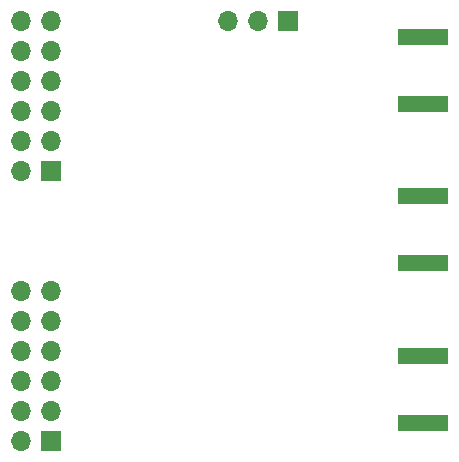
<source format=gbs>
G04 #@! TF.GenerationSoftware,KiCad,Pcbnew,7.0.8*
G04 #@! TF.CreationDate,2023-12-20T18:07:40+01:00*
G04 #@! TF.ProjectId,sx1255_eval,73783132-3535-45f6-9576-616c2e6b6963,rev?*
G04 #@! TF.SameCoordinates,Original*
G04 #@! TF.FileFunction,Soldermask,Bot*
G04 #@! TF.FilePolarity,Negative*
%FSLAX46Y46*%
G04 Gerber Fmt 4.6, Leading zero omitted, Abs format (unit mm)*
G04 Created by KiCad (PCBNEW 7.0.8) date 2023-12-20 18:07:40*
%MOMM*%
%LPD*%
G01*
G04 APERTURE LIST*
%ADD10R,1.700000X1.700000*%
%ADD11O,1.700000X1.700000*%
%ADD12R,4.200000X1.350000*%
G04 APERTURE END LIST*
D10*
X131144000Y-111872000D03*
D11*
X128604000Y-111872000D03*
X131144000Y-109332000D03*
X128604000Y-109332000D03*
X131144000Y-106792000D03*
X128604000Y-106792000D03*
X131144000Y-104252000D03*
X128604000Y-104252000D03*
X131144000Y-101712000D03*
X128604000Y-101712000D03*
X131144000Y-99172000D03*
X128604000Y-99172000D03*
D12*
X162652000Y-83325000D03*
X162652000Y-77675000D03*
X162652000Y-110325000D03*
X162652000Y-104675000D03*
D10*
X151210000Y-76312000D03*
D11*
X148670000Y-76312000D03*
X146130000Y-76312000D03*
D10*
X131144000Y-89012000D03*
D11*
X128604000Y-89012000D03*
X131144000Y-86472000D03*
X128604000Y-86472000D03*
X131144000Y-83932000D03*
X128604000Y-83932000D03*
X131144000Y-81392000D03*
X128604000Y-81392000D03*
X131144000Y-78852000D03*
X128604000Y-78852000D03*
X131144000Y-76312000D03*
X128604000Y-76312000D03*
D12*
X162652000Y-96825000D03*
X162652000Y-91175000D03*
M02*

</source>
